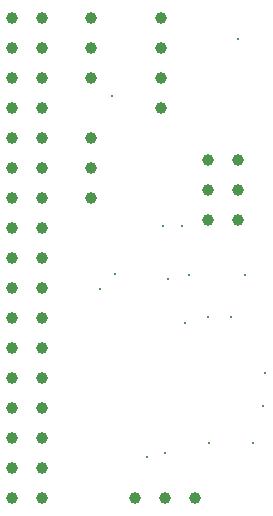
<source format=gbr>
%FSLAX23Y23*%
%MOMM*%
%AMPASTFTDEUX*
20,1,$5,$1+$3,$2-$4,$1-$3,$2+$4,0*
20,1,$5,$1+$3,$2+$4,$1-$3,$2-$4,0*%
%ADD10C,0.8*%
%ADD11C,0.7*%
%ADD12R,5.4X2.2*%
%ADD13R,2.3X2.3*%
%ADD14PASTFTDEUX,0X0X1.21X1.21X0.3*%
%ADD15C,2.3*%
%ADD16PASTFTDEUX,0X0X0.82X0.82X0.3*%
%ADD17R,2.4X2.4*%
%ADD18C,2.4*%
%ADD19PASTFTDEUX,0X0X0.85X0.85X0.3*%
%ADD20C,0.9*%
%ADD21C,0.4*%
%ADD22C,0.3*%
%ADD23R,5X1.8*%
%ADD24C,0.2*%
%ADD25C,0.1*%
%ADD26R,1.9X1.9*%
%ADD27C,1*%
%ADD28C,1.9*%
%ADD29R,1.7X1.3*%
%ADD30R,1X1.25*%
%ADD31R,1X1.3*%
%ADD32R,1.3X1*%
%ADD33R,2X2*%
%ADD34C,2*%
%ADD35R,1.25X1*%
%ADD36R,0.4X0.9*%
%ADD37R,2.2X0.7*%
%ADD38C,0.5*%
%ADD39C,0.05*%
G54D27*
X2770Y43150D03*
G54D27*
X5310Y43150D03*
G54D27*
X2770Y40610D03*
G54D27*
X5310Y40610D03*
G54D27*
X2770Y38070D03*
G54D27*
X5310Y38070D03*
G54D27*
X2770Y35530D03*
G54D27*
X5310Y35530D03*
G54D27*
X2770Y32990D03*
G54D27*
X5310Y32990D03*
G54D27*
X2770Y30450D03*
G54D27*
X5310Y30450D03*
G54D27*
X2770Y27910D03*
G54D27*
X5310Y27910D03*
G54D27*
X2770Y25370D03*
G54D27*
X5310Y25370D03*
G54D27*
X2770Y22830D03*
G54D27*
X5310Y22830D03*
G54D27*
X2770Y20290D03*
G54D27*
X5310Y20290D03*
G54D27*
X2770Y17750D03*
G54D27*
X5310Y17750D03*
G54D27*
X2770Y15210D03*
G54D27*
X5310Y15210D03*
G54D27*
X2770Y12670D03*
G54D27*
X5310Y12670D03*
G54D27*
X2770Y10130D03*
G54D27*
X5310Y10130D03*
G54D27*
X2770Y7590D03*
G54D27*
X5310Y7590D03*
G54D27*
X2770Y5050D03*
G54D27*
X5310Y5050D03*
G54D27*
X2770Y2510D03*
G54D27*
X5310Y2510D03*
G54D27*
X15350Y35510D03*
G54D27*
X15350Y38050D03*
G54D27*
X15350Y40590D03*
G54D27*
X15350Y43130D03*
G54D27*
X13170Y2510D03*
G54D27*
X15710Y2510D03*
G54D27*
X18250Y2510D03*
G54D27*
X9460Y43150D03*
G54D27*
X9460Y40610D03*
G54D27*
X9460Y38070D03*
G54D27*
X9460Y32990D03*
G54D27*
X9460Y30450D03*
G54D27*
X9460Y27910D03*
G54D27*
X21890Y31150D03*
G54D27*
X21890Y28610D03*
G54D27*
X21890Y26070D03*
G54D27*
X19350Y31150D03*
G54D27*
X19350Y28610D03*
G54D27*
X19350Y26070D03*
G54D22*
X24150Y13100D03*
G54D22*
X17400Y17330D03*
G54D22*
X21910Y41350D03*
G54D22*
X14190Y6000D03*
G54D22*
X11440Y21460D03*
G54D22*
X23960Y10310D03*
G54D22*
X15950Y21020D03*
G54D22*
X19430Y7150D03*
G54D22*
X23170Y7150D03*
G54D22*
X15710Y6280D03*
G54D22*
X11200Y36520D03*
G54D22*
X10180Y20170D03*
G54D22*
X22430Y21410D03*
G54D22*
X17710Y21410D03*
G54D22*
X17110Y25540D03*
G54D22*
X21280Y17820D03*
G54D22*
X19370Y17820D03*
G54D22*
X15510Y25540D03*
M02*

</source>
